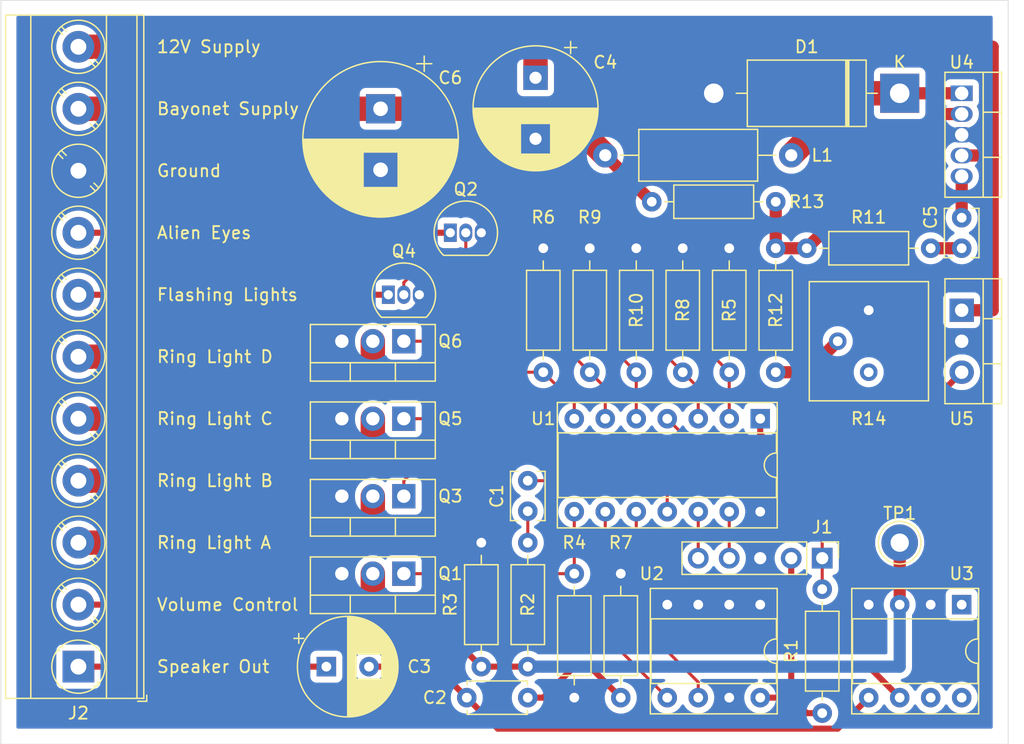
<source format=kicad_pcb>
(kicad_pcb (version 20171130) (host pcbnew "(5.1.10)-1")
  (layers (0 F.Cu signal) (31 B.Cu signal) (34 B.Paste user) (35 F.Paste user) (36 B.SilkS user hide) (37 F.SilkS user) (38 B.Mask user hide) (39 F.Mask user hide) (44 Edge.Cuts user))
  (net 0 "")
  (net 1 /GND)
  (net 2 "Net-(D1-Pad1)")
  (net 3 /PGC)
  (net 4 /PGD)
  (net 5 /5V)
  (net 6 /MCLR)
  (net 7 /Flashers)
  (net 8 /Eyes)
  (net 9 /A)
  (net 10 /B)
  (net 11 /C)
  (net 12 /D)
  (net 13 /Volume)
  (net 14 /Vcc)
  (net 15 /A_Signal)
  (net 16 /Eyes_Signal)
  (net 17 /B_Signal)
  (net 18 /Flashers_Signal)
  (net 19 /C_Signal)
  (net 20 /D_Signal)
  (net 21 /Speaker_Signal)
  (net 22 /SCL)
  (net 23 /SDA)
  (net 24 "Net-(U3-Pad8)")
  (net 25 "Net-(U3-Pad7)")
  (net 26 "Net-(C2-Pad2)")
  (net 27 "Net-(U3-Pad1)")
  (net 28 "Net-(C5-Pad2)")
  (net 29 /12V)
  (net 30 "Net-(R11-Pad1)")
  (net 31 "Net-(C1-Pad2)")
  (net 32 "Net-(C2-Pad1)")
  (net 33 "Net-(C5-Pad1)")
  (net 34 "Net-(R12-Pad1)")
  (net 35 /Speaker)
  (module TestPoint:TestPoint_THTPad_D3.0mm_Drill1.5mm (layer F.Cu) (at 133.35 76.2)
    (fp_text reference TP1 (at 0 -2.398) (layer F.SilkS))
    (fp_text value Jumper)
    (pad 1 thru_hole circle (at 0 0) (size 3 3) (drill 1.5) (layers *.Cu *.Mask) (net 13 /Volume))
  )
  (module Package_DIP:DIP-8_W7.62mm_Socket (layer F.Cu) (at 138.43 81.28 270)
    (fp_text reference U3 (at -2.54 0 180) (layer F.SilkS))
    (fp_text value LM386)
    (pad 8 thru_hole oval (at 7.62 0 270) (size 1.6 1.6) (drill 0.8) (layers *.Cu *.Mask) (net 24 "Net-(U3-Pad8)"))
    (pad 4 thru_hole oval (at 0 7.62 270) (size 1.6 1.6) (drill 0.8) (layers *.Cu *.Mask) (net 1 /GND))
    (pad 7 thru_hole oval (at 7.62 2.54 270) (size 1.6 1.6) (drill 0.8) (layers *.Cu *.Mask) (net 25 "Net-(U3-Pad7)"))
    (pad 3 thru_hole oval (at 0 5.08 270) (size 1.6 1.6) (drill 0.8) (layers *.Cu *.Mask) (net 13 /Volume))
    (pad 6 thru_hole oval (at 7.62 5.08 270) (size 1.6 1.6) (drill 0.8) (layers *.Cu *.Mask) (net 5 /5V))
    (pad 2 thru_hole oval (at 0 2.54 270) (size 1.6 1.6) (drill 0.8) (layers *.Cu *.Mask) (net 1 /GND))
    (pad 5 thru_hole oval (at 7.62 7.62 270) (size 1.6 1.6) (drill 0.8) (layers *.Cu *.Mask) (net 26 "Net-(C2-Pad2)"))
    (pad 1 thru_hole rect (at 0 0 270) (size 1.6 1.6) (drill 0.8) (layers *.Cu *.Mask) (net 27 "Net-(U3-Pad1)"))
  )
  (module Package_DIP:DIP-8_W7.62mm_Socket (layer F.Cu) (at 121.92 81.28 270)
    (fp_text reference U2 (at -2.54 8.89 180) (layer F.SilkS))
    (fp_text value 24LC512-I/P)
    (pad 8 thru_hole oval (at 7.62 0 270) (size 1.6 1.6) (drill 0.8) (layers *.Cu *.Mask) (net 5 /5V))
    (pad 4 thru_hole oval (at 0 7.62 270) (size 1.6 1.6) (drill 0.8) (layers *.Cu *.Mask) (net 1 /GND))
    (pad 7 thru_hole oval (at 7.62 2.54 270) (size 1.6 1.6) (drill 0.8) (layers *.Cu *.Mask) (net 1 /GND))
    (pad 3 thru_hole oval (at 0 5.08 270) (size 1.6 1.6) (drill 0.8) (layers *.Cu *.Mask) (net 1 /GND))
    (pad 6 thru_hole oval (at 7.62 5.08 270) (size 1.6 1.6) (drill 0.8) (layers *.Cu *.Mask) (net 22 /SCL))
    (pad 2 thru_hole oval (at 0 2.54 270) (size 1.6 1.6) (drill 0.8) (layers *.Cu *.Mask) (net 1 /GND))
    (pad 5 thru_hole oval (at 7.62 7.62 270) (size 1.6 1.6) (drill 0.8) (layers *.Cu *.Mask) (net 23 /SDA))
    (pad 1 thru_hole rect (at 0 0 270) (size 1.6 1.6) (drill 0.8) (layers *.Cu *.Mask) (net 1 /GND))
  )
  (module Package_DIP:DIP-14_W7.62mm_Socket (layer F.Cu) (at 121.92 66.04 270)
    (fp_text reference U1 (at 0 17.78 180) (layer F.SilkS))
    (fp_text value PIC16F1705)
    (pad 14 thru_hole oval (at 7.62 0 270) (size 1.6 1.6) (drill 0.8) (layers *.Cu *.Mask) (net 1 /GND))
    (pad 7 thru_hole oval (at 0 15.24 270) (size 1.6 1.6) (drill 0.8) (layers *.Cu *.Mask) (net 17 /B_Signal))
    (pad 13 thru_hole oval (at 7.62 2.54 270) (size 1.6 1.6) (drill 0.8) (layers *.Cu *.Mask) (net 4 /PGD))
    (pad 6 thru_hole oval (at 0 12.7 270) (size 1.6 1.6) (drill 0.8) (layers *.Cu *.Mask) (net 19 /C_Signal))
    (pad 12 thru_hole oval (at 7.62 5.08 270) (size 1.6 1.6) (drill 0.8) (layers *.Cu *.Mask) (net 3 /PGC))
    (pad 5 thru_hole oval (at 0 10.16 270) (size 1.6 1.6) (drill 0.8) (layers *.Cu *.Mask) (net 20 /D_Signal))
    (pad 11 thru_hole oval (at 7.62 7.62 270) (size 1.6 1.6) (drill 0.8) (layers *.Cu *.Mask) (net 21 /Speaker_Signal))
    (pad 4 thru_hole oval (at 0 7.62 270) (size 1.6 1.6) (drill 0.8) (layers *.Cu *.Mask) (net 6 /MCLR))
    (pad 10 thru_hole oval (at 7.62 10.16 270) (size 1.6 1.6) (drill 0.8) (layers *.Cu *.Mask) (net 22 /SCL))
    (pad 3 thru_hole oval (at 0 5.08 270) (size 1.6 1.6) (drill 0.8) (layers *.Cu *.Mask) (net 18 /Flashers_Signal))
    (pad 9 thru_hole oval (at 7.62 12.7 270) (size 1.6 1.6) (drill 0.8) (layers *.Cu *.Mask) (net 23 /SDA))
    (pad 2 thru_hole oval (at 0 2.54 270) (size 1.6 1.6) (drill 0.8) (layers *.Cu *.Mask) (net 16 /Eyes_Signal))
    (pad 8 thru_hole oval (at 7.62 15.24 270) (size 1.6 1.6) (drill 0.8) (layers *.Cu *.Mask) (net 15 /A_Signal))
    (pad 1 thru_hole rect (at 0 0 270) (size 1.6 1.6) (drill 0.8) (layers *.Cu *.Mask) (net 5 /5V))
  )
  (module TerminalBlock_Phoenix:TerminalBlock_Phoenix_MKDS-3-11-5.08_1x11_P5.08mm_Horizontal (layer F.Cu) (at 66.04 86.36 90)
    (fp_text reference J2 (at -3.81 0 180) (layer F.SilkS))
    (fp_text value "Main Connector")
    (pad 11 thru_hole circle (at 50.8 0 90) (size 2.6 2.6) (drill 1.3) (layers *.Cu *.Mask) (net 29 /12V))
    (pad 10 thru_hole circle (at 45.72 0 90) (size 2.6 2.6) (drill 1.3) (layers *.Cu *.Mask) (net 14 /Vcc))
    (pad 9 thru_hole circle (at 40.64 0 90) (size 2.6 2.6) (drill 1.3) (layers *.Cu *.Mask) (net 1 /GND))
    (pad 8 thru_hole circle (at 35.56 0 90) (size 2.6 2.6) (drill 1.3) (layers *.Cu *.Mask) (net 8 /Eyes))
    (pad 7 thru_hole circle (at 30.48 0 90) (size 2.6 2.6) (drill 1.3) (layers *.Cu *.Mask) (net 7 /Flashers))
    (pad 6 thru_hole circle (at 25.4 0 90) (size 2.6 2.6) (drill 1.3) (layers *.Cu *.Mask) (net 12 /D))
    (pad 5 thru_hole circle (at 20.32 0 90) (size 2.6 2.6) (drill 1.3) (layers *.Cu *.Mask) (net 11 /C))
    (pad 4 thru_hole circle (at 15.24 0 90) (size 2.6 2.6) (drill 1.3) (layers *.Cu *.Mask) (net 10 /B))
    (pad 3 thru_hole circle (at 10.16 0 90) (size 2.6 2.6) (drill 1.3) (layers *.Cu *.Mask) (net 9 /A))
    (pad 2 thru_hole circle (at 5.08 0 90) (size 2.6 2.6) (drill 1.3) (layers *.Cu *.Mask) (net 13 /Volume))
    (pad 1 thru_hole rect (at 0 0 90) (size 2.6 2.6) (drill 1.3) (layers *.Cu *.Mask) (net 35 /Speaker))
  )
  (module Potentiometer_THT:Potentiometer_Bourns_3386P_Vertical (layer F.Cu) (at 130.81 57.15 180)
    (fp_text reference R14 (at 0 -8.89) (layer F.SilkS))
    (fp_text value 10k)
    (pad 1 thru_hole circle (at 0 0 180) (size 1.44 1.44) (drill 0.8) (layers *.Cu *.Mask) (net 1 /GND))
    (pad 2 thru_hole circle (at 2.54 -2.54 180) (size 1.44 1.44) (drill 0.8) (layers *.Cu *.Mask) (net 34 "Net-(R12-Pad1)"))
    (pad 3 thru_hole circle (at 0 -5.08 180) (size 1.44 1.44) (drill 0.8) (layers *.Cu *.Mask))
  )
  (module Package_TO_SOT_THT:TO-220-3_Vertical (layer F.Cu) (at 138.43 57.15 270)
    (fp_text reference U5 (at 8.89 0 180) (layer F.SilkS))
    (fp_text value MC78M05CTG)
    (pad 3 thru_hole oval (at 5.08 0 270) (size 1.905 2) (drill 1.1) (layers *.Cu *.Mask) (net 5 /5V))
    (pad 2 thru_hole oval (at 2.54 0 270) (size 1.905 2) (drill 1.1) (layers *.Cu *.Mask) (net 1 /GND))
    (pad 1 thru_hole rect (at 0 0 270) (size 1.905 2) (drill 1.1) (layers *.Cu *.Mask) (net 29 /12V))
  )
  (module Package_TO_SOT_THT:TO-220-5_Vertical (layer F.Cu) (at 138.43 39.37 270)
    (fp_text reference U4 (at -2.54 0 180) (layer F.SilkS))
    (fp_text value MC33167TVG)
    (pad 5 thru_hole oval (at 6.8 0 270) (size 1.275 1.8) (drill 1.1) (layers *.Cu *.Mask) (net 28 "Net-(C5-Pad2)"))
    (pad 4 thru_hole oval (at 5.1 0 270) (size 1.275 1.8) (drill 1.1) (layers *.Cu *.Mask) (net 29 /12V))
    (pad 3 thru_hole oval (at 3.4 0 270) (size 1.275 1.8) (drill 1.1) (layers *.Cu *.Mask) (net 1 /GND))
    (pad 2 thru_hole oval (at 1.7 0 270) (size 1.275 1.8) (drill 1.1) (layers *.Cu *.Mask) (net 30 "Net-(R11-Pad1)"))
    (pad 1 thru_hole rect (at 0 0 270) (size 1.275 1.8) (drill 1.1) (layers *.Cu *.Mask) (net 2 "Net-(D1-Pad1)"))
  )
  (module Resistor_THT:R_Axial_DIN0207_L6.3mm_D2.5mm_P10.16mm_Horizontal (layer F.Cu) (at 113.03 48.26)
    (fp_text reference R13 (at 12.7 0) (layer F.SilkS))
    (fp_text value 6.8k)
    (pad 2 thru_hole oval (at 10.16 0) (size 1.6 1.6) (drill 0.8) (layers *.Cu *.Mask) (net 30 "Net-(R11-Pad1)"))
    (pad 1 thru_hole circle (at 0 0) (size 1.6 1.6) (drill 0.8) (layers *.Cu *.Mask) (net 14 /Vcc))
  )
  (module Resistor_THT:R_Axial_DIN0207_L6.3mm_D2.5mm_P10.16mm_Horizontal (layer F.Cu) (at 123.19 62.23 90)
    (fp_text reference R12 (at 5.08 0 90) (layer F.SilkS))
    (fp_text value 10k)
    (pad 2 thru_hole oval (at 10.16 0 90) (size 1.6 1.6) (drill 0.8) (layers *.Cu *.Mask) (net 30 "Net-(R11-Pad1)"))
    (pad 1 thru_hole circle (at 0 0 90) (size 1.6 1.6) (drill 0.8) (layers *.Cu *.Mask) (net 34 "Net-(R12-Pad1)"))
  )
  (module Resistor_THT:R_Axial_DIN0207_L6.3mm_D2.5mm_P10.16mm_Horizontal (layer F.Cu) (at 125.73 52.07)
    (fp_text reference R11 (at 5.08 -2.54) (layer F.SilkS))
    (fp_text value 68k)
    (pad 2 thru_hole oval (at 10.16 0) (size 1.6 1.6) (drill 0.8) (layers *.Cu *.Mask) (net 33 "Net-(C5-Pad1)"))
    (pad 1 thru_hole circle (at 0 0) (size 1.6 1.6) (drill 0.8) (layers *.Cu *.Mask) (net 30 "Net-(R11-Pad1)"))
  )
  (module Resistor_THT:R_Axial_DIN0207_L6.3mm_D2.5mm_P10.16mm_Horizontal (layer F.Cu) (at 111.76 52.07 270)
    (fp_text reference R10 (at 5.08 0 90) (layer F.SilkS))
    (fp_text value 10k)
    (pad 2 thru_hole oval (at 10.16 0 270) (size 1.6 1.6) (drill 0.8) (layers *.Cu *.Mask) (net 20 /D_Signal))
    (pad 1 thru_hole circle (at 0 0 270) (size 1.6 1.6) (drill 0.8) (layers *.Cu *.Mask) (net 1 /GND))
  )
  (module Resistor_THT:R_Axial_DIN0207_L6.3mm_D2.5mm_P10.16mm_Horizontal (layer F.Cu) (at 107.95 52.07 270)
    (fp_text reference R9 (at -2.54 0 180) (layer F.SilkS))
    (fp_text value 10k)
    (pad 2 thru_hole oval (at 10.16 0 270) (size 1.6 1.6) (drill 0.8) (layers *.Cu *.Mask) (net 19 /C_Signal))
    (pad 1 thru_hole circle (at 0 0 270) (size 1.6 1.6) (drill 0.8) (layers *.Cu *.Mask) (net 1 /GND))
  )
  (module Resistor_THT:R_Axial_DIN0207_L6.3mm_D2.5mm_P10.16mm_Horizontal (layer F.Cu) (at 115.57 52.07 270)
    (fp_text reference R8 (at 5.08 0 90) (layer F.SilkS))
    (fp_text value 10k)
    (pad 2 thru_hole oval (at 10.16 0 270) (size 1.6 1.6) (drill 0.8) (layers *.Cu *.Mask) (net 18 /Flashers_Signal))
    (pad 1 thru_hole circle (at 0 0 270) (size 1.6 1.6) (drill 0.8) (layers *.Cu *.Mask) (net 1 /GND))
  )
  (module Resistor_THT:R_Axial_DIN0207_L6.3mm_D2.5mm_P10.16mm_Horizontal (layer F.Cu) (at 110.49 88.9 90)
    (fp_text reference R7 (at 12.7 0 180) (layer F.SilkS))
    (fp_text value 10k)
    (pad 2 thru_hole oval (at 10.16 0 90) (size 1.6 1.6) (drill 0.8) (layers *.Cu *.Mask) (net 1 /GND))
    (pad 1 thru_hole circle (at 0 0 90) (size 1.6 1.6) (drill 0.8) (layers *.Cu *.Mask) (net 32 "Net-(C2-Pad1)"))
  )
  (module Resistor_THT:R_Axial_DIN0207_L6.3mm_D2.5mm_P10.16mm_Horizontal (layer F.Cu) (at 104.14 52.07 270)
    (fp_text reference R6 (at -2.54 0) (layer F.SilkS))
    (fp_text value 10k)
    (pad 2 thru_hole oval (at 10.16 0 270) (size 1.6 1.6) (drill 0.8) (layers *.Cu *.Mask) (net 17 /B_Signal))
    (pad 1 thru_hole circle (at 0 0 270) (size 1.6 1.6) (drill 0.8) (layers *.Cu *.Mask) (net 1 /GND))
  )
  (module Resistor_THT:R_Axial_DIN0207_L6.3mm_D2.5mm_P10.16mm_Horizontal (layer F.Cu) (at 119.38 52.07 270)
    (fp_text reference R5 (at 5.08 0 90) (layer F.SilkS))
    (fp_text value 10k)
    (pad 2 thru_hole oval (at 10.16 0 270) (size 1.6 1.6) (drill 0.8) (layers *.Cu *.Mask) (net 16 /Eyes_Signal))
    (pad 1 thru_hole circle (at 0 0 270) (size 1.6 1.6) (drill 0.8) (layers *.Cu *.Mask) (net 1 /GND))
  )
  (module Resistor_THT:R_Axial_DIN0207_L6.3mm_D2.5mm_P10.16mm_Horizontal (layer F.Cu) (at 106.68 88.9 90)
    (fp_text reference R4 (at 12.7 0 180) (layer F.SilkS))
    (fp_text value 10k)
    (pad 2 thru_hole oval (at 10.16 0 90) (size 1.6 1.6) (drill 0.8) (layers *.Cu *.Mask) (net 15 /A_Signal))
    (pad 1 thru_hole circle (at 0 0 90) (size 1.6 1.6) (drill 0.8) (layers *.Cu *.Mask) (net 1 /GND))
  )
  (module Resistor_THT:R_Axial_DIN0207_L6.3mm_D2.5mm_P10.16mm_Horizontal (layer F.Cu) (at 99.06 86.36 90)
    (fp_text reference R3 (at 5.08 -2.54 90) (layer F.SilkS))
    (fp_text value 3.6k)
    (pad 2 thru_hole oval (at 10.16 0 90) (size 1.6 1.6) (drill 0.8) (layers *.Cu *.Mask) (net 1 /GND))
    (pad 1 thru_hole circle (at 0 0 90) (size 1.6 1.6) (drill 0.8) (layers *.Cu *.Mask) (net 13 /Volume))
  )
  (module Resistor_THT:R_Axial_DIN0207_L6.3mm_D2.5mm_P10.16mm_Horizontal (layer F.Cu) (at 102.87 76.2 270)
    (fp_text reference R2 (at 5.08 0 270) (layer F.SilkS))
    (fp_text value 30k)
    (pad 2 thru_hole oval (at 10.16 0 270) (size 1.6 1.6) (drill 0.8) (layers *.Cu *.Mask) (net 13 /Volume))
    (pad 1 thru_hole circle (at 0 0 270) (size 1.6 1.6) (drill 0.8) (layers *.Cu *.Mask) (net 31 "Net-(C1-Pad2)"))
  )
  (module Resistor_THT:R_Axial_DIN0207_L6.3mm_D2.5mm_P10.16mm_Horizontal (layer F.Cu) (at 127 90.17 90)
    (fp_text reference R1 (at 5.08 -2.54 90) (layer F.SilkS))
    (fp_text value 10k)
    (pad 2 thru_hole oval (at 10.16 0 90) (size 1.6 1.6) (drill 0.8) (layers *.Cu *.Mask) (net 6 /MCLR))
    (pad 1 thru_hole circle (at 0 0 90) (size 1.6 1.6) (drill 0.8) (layers *.Cu *.Mask) (net 5 /5V))
  )
  (module Package_TO_SOT_THT:TO-220-3_Vertical (layer F.Cu) (at 92.71 59.69 180)
    (fp_text reference Q6 (at -3.81 0) (layer F.SilkS))
    (fp_text value FQP30N06L)
    (pad 3 thru_hole oval (at 5.08 0 180) (size 1.905 2) (drill 1.1) (layers *.Cu *.Mask) (net 1 /GND))
    (pad 2 thru_hole oval (at 2.54 0 180) (size 1.905 2) (drill 1.1) (layers *.Cu *.Mask) (net 12 /D))
    (pad 1 thru_hole rect (at 0 0 180) (size 1.905 2) (drill 1.1) (layers *.Cu *.Mask) (net 20 /D_Signal))
  )
  (module Package_TO_SOT_THT:TO-220-3_Vertical (layer F.Cu) (at 92.71 66.04 180)
    (fp_text reference Q5 (at -3.81 0) (layer F.SilkS))
    (fp_text value FQP30N06L)
    (pad 3 thru_hole oval (at 5.08 0 180) (size 1.905 2) (drill 1.1) (layers *.Cu *.Mask) (net 1 /GND))
    (pad 2 thru_hole oval (at 2.54 0 180) (size 1.905 2) (drill 1.1) (layers *.Cu *.Mask) (net 11 /C))
    (pad 1 thru_hole rect (at 0 0 180) (size 1.905 2) (drill 1.1) (layers *.Cu *.Mask) (net 19 /C_Signal))
  )
  (module Package_TO_SOT_THT:TO-92_Inline (layer F.Cu) (at 91.44 55.88)
    (fp_text reference Q4 (at 1.27 -3.56) (layer F.SilkS))
    (fp_text value ZVN3306A)
    (pad 1 thru_hole rect (at 0 0) (size 1.05 1.5) (drill 0.75) (layers *.Cu *.Mask) (net 7 /Flashers))
    (pad 3 thru_hole oval (at 2.54 0) (size 1.05 1.5) (drill 0.75) (layers *.Cu *.Mask) (net 1 /GND))
    (pad 2 thru_hole oval (at 1.27 0) (size 1.05 1.5) (drill 0.75) (layers *.Cu *.Mask) (net 18 /Flashers_Signal))
  )
  (module Package_TO_SOT_THT:TO-220-3_Vertical (layer F.Cu) (at 92.71 72.39 180)
    (fp_text reference Q3 (at -3.81 0) (layer F.SilkS))
    (fp_text value FQP30N06L)
    (pad 3 thru_hole oval (at 5.08 0 180) (size 1.905 2) (drill 1.1) (layers *.Cu *.Mask) (net 1 /GND))
    (pad 2 thru_hole oval (at 2.54 0 180) (size 1.905 2) (drill 1.1) (layers *.Cu *.Mask) (net 10 /B))
    (pad 1 thru_hole rect (at 0 0 180) (size 1.905 2) (drill 1.1) (layers *.Cu *.Mask) (net 17 /B_Signal))
  )
  (module Package_TO_SOT_THT:TO-92_Inline (layer F.Cu) (at 96.52 50.8)
    (fp_text reference Q2 (at 1.27 -3.56) (layer F.SilkS))
    (fp_text value ZVN3306A)
    (pad 1 thru_hole rect (at 0 0) (size 1.05 1.5) (drill 0.75) (layers *.Cu *.Mask) (net 8 /Eyes))
    (pad 3 thru_hole oval (at 2.54 0) (size 1.05 1.5) (drill 0.75) (layers *.Cu *.Mask) (net 1 /GND))
    (pad 2 thru_hole oval (at 1.27 0) (size 1.05 1.5) (drill 0.75) (layers *.Cu *.Mask) (net 16 /Eyes_Signal))
  )
  (module Package_TO_SOT_THT:TO-220-3_Vertical (layer F.Cu) (at 92.71 78.74 180)
    (fp_text reference Q1 (at -3.81 0) (layer F.SilkS))
    (fp_text value FQP30N06L)
    (pad 3 thru_hole oval (at 5.08 0 180) (size 1.905 2) (drill 1.1) (layers *.Cu *.Mask) (net 1 /GND))
    (pad 2 thru_hole oval (at 2.54 0 180) (size 1.905 2) (drill 1.1) (layers *.Cu *.Mask) (net 9 /A))
    (pad 1 thru_hole rect (at 0 0 180) (size 1.905 2) (drill 1.1) (layers *.Cu *.Mask) (net 15 /A_Signal))
  )
  (module Inductor_THT:L_Axial_L9.5mm_D4.0mm_P15.24mm_Horizontal_Fastron_SMCC (layer F.Cu) (at 124.46 44.45 180)
    (fp_text reference L1 (at -2.54 0) (layer F.SilkS))
    (fp_text value 190u)
    (pad 2 thru_hole oval (at 15.24 0 180) (size 2 2) (drill 1) (layers *.Cu *.Mask) (net 14 /Vcc))
    (pad 1 thru_hole circle (at 0 0 180) (size 2 2) (drill 1) (layers *.Cu *.Mask) (net 2 "Net-(D1-Pad1)"))
  )
  (module Diode_THT:D_DO-201AD_P15.24mm_Horizontal (layer F.Cu) (at 133.35 39.37 180)
    (fp_text reference D1 (at 7.62 3.81) (layer F.SilkS))
    (fp_text value 1N5820)
    (fp_text user K (at 0 2.54) (layer F.SilkS))
    (pad 2 thru_hole oval (at 15.24 0 180) (size 3.2 3.2) (drill 1.6) (layers *.Cu *.Mask) (net 1 /GND))
    (pad 1 thru_hole rect (at 0 0 180) (size 3.2 3.2) (drill 1.6) (layers *.Cu *.Mask) (net 2 "Net-(D1-Pad1)"))
  )
  (module Capacitor_THT:CP_Radial_D12.5mm_P5.00mm (layer F.Cu) (at 90.805 40.64 270)
    (fp_text reference C6 (at -2.54 -5.715 180) (layer F.SilkS))
    (fp_text value 4700u)
    (pad 2 thru_hole circle (at 5 0 270) (size 2.4 2.4) (drill 1.2) (layers *.Cu *.Mask) (net 1 /GND))
    (pad 1 thru_hole rect (at 0 0 270) (size 2.4 2.4) (drill 1.2) (layers *.Cu *.Mask) (net 14 /Vcc))
  )
  (module Capacitor_THT:C_Disc_D3.8mm_W2.6mm_P2.50mm (layer F.Cu) (at 138.43 52.07 90)
    (fp_text reference C5 (at 2.54 -2.55 90) (layer F.SilkS))
    (fp_text value 0.1u)
    (pad 2 thru_hole circle (at 2.5 0 90) (size 1.6 1.6) (drill 0.8) (layers *.Cu *.Mask) (net 28 "Net-(C5-Pad2)"))
    (pad 1 thru_hole circle (at 0 0 90) (size 1.6 1.6) (drill 0.8) (layers *.Cu *.Mask) (net 33 "Net-(C5-Pad1)"))
  )
  (module Capacitor_THT:CP_Radial_D10.0mm_P5.00mm (layer F.Cu) (at 103.505 38.1 270)
    (fp_text reference C4 (at -1.27 -5.715 180) (layer F.SilkS))
    (fp_text value 330u)
    (pad 2 thru_hole circle (at 5 0 270) (size 2 2) (drill 1) (layers *.Cu *.Mask) (net 1 /GND))
    (pad 1 thru_hole rect (at 0 0 270) (size 2 2) (drill 1) (layers *.Cu *.Mask) (net 29 /12V))
  )
  (module Capacitor_THT:CP_Radial_D8.0mm_P3.50mm (layer F.Cu) (at 86.36 86.36)
    (fp_text reference C3 (at 7.62 0) (layer F.SilkS))
    (fp_text value 270u)
    (pad 2 thru_hole circle (at 3.5 0) (size 1.6 1.6) (drill 0.8) (layers *.Cu *.Mask) (net 26 "Net-(C2-Pad2)"))
    (pad 1 thru_hole rect (at 0 0) (size 1.6 1.6) (drill 0.8) (layers *.Cu *.Mask) (net 35 /Speaker))
  )
  (module Capacitor_THT:C_Disc_D4.7mm_W2.5mm_P5.00mm (layer F.Cu) (at 102.87 88.9 180)
    (fp_text reference C2 (at 7.62 0) (layer F.SilkS))
    (fp_text value 47n)
    (pad 2 thru_hole circle (at 5 0 180) (size 1.6 1.6) (drill 0.8) (layers *.Cu *.Mask) (net 26 "Net-(C2-Pad2)"))
    (pad 1 thru_hole circle (at 0 0 180) (size 1.6 1.6) (drill 0.8) (layers *.Cu *.Mask) (net 32 "Net-(C2-Pad1)"))
  )
  (module Capacitor_THT:C_Disc_D3.8mm_W2.6mm_P2.50mm (layer F.Cu) (at 102.87 71.12 270)
    (fp_text reference C1 (at 1.27 2.54 90) (layer F.SilkS))
    (fp_text value 0.1u)
    (pad 2 thru_hole circle (at 2.5 0 270) (size 1.6 1.6) (drill 0.8) (layers *.Cu *.Mask) (net 31 "Net-(C1-Pad2)"))
    (pad 1 thru_hole circle (at 0 0 270) (size 1.6 1.6) (drill 0.8) (layers *.Cu *.Mask) (net 21 /Speaker_Signal))
  )
  (module Connector_PinHeader_2.54mm:PinHeader_1x05_P2.54mm_Vertical (layer F.Cu) (at 127 77.47 270)
    (fp_text reference J1 (at -2.54 0 180) (layer F.SilkS))
    (fp_text value "ICSP Programing")
    (pad 5 thru_hole oval (at 0 10.16 270) (size 1.7 1.7) (drill 1) (layers *.Cu *.Mask) (net 3 /PGC))
    (pad 4 thru_hole oval (at 0 7.62 270) (size 1.7 1.7) (drill 1) (layers *.Cu *.Mask) (net 4 /PGD))
    (pad 3 thru_hole oval (at 0 5.08 270) (size 1.7 1.7) (drill 1) (layers *.Cu *.Mask) (net 1 /GND))
    (pad 2 thru_hole oval (at 0 2.54 270) (size 1.7 1.7) (drill 1) (layers *.Cu *.Mask) (net 5 /5V))
    (pad 1 thru_hole rect (at 0 0 270) (size 1.7 1.7) (drill 1) (layers *.Cu *.Mask) (net 6 /MCLR))
  )
  (gr_text "Ring Light D" (at 72.39 60.96) (layer F.SilkS) (effects (font (size 1 1)) (justify left)))
  (gr_text "Ring Light C" (at 72.39 66.04) (layer F.SilkS) (effects (font (size 1 1)) (justify left)))
  (gr_text "Ring Light B" (at 72.39 71.12) (layer F.SilkS) (effects (font (size 1 1)) (justify left)))
  (gr_text "Ring Light A" (at 72.39 76.2) (layer F.SilkS) (effects (font (size 1 1)) (justify left)))
  (gr_text "Volume Control" (at 72.39 81.28) (layer F.SilkS) (effects (font (size 1 1)) (justify left)))
  (gr_text "Speaker Out" (at 72.39 86.36) (layer F.SilkS) (effects (font (size 1 1)) (justify left)))
  (gr_text "Flashing Lights" (at 72.39 55.88) (layer F.SilkS) (effects (font (size 1 1)) (justify left)))
  (gr_text "Alien Eyes" (at 72.39 50.8) (layer F.SilkS) (effects (font (size 1 1)) (justify left)))
  (gr_text Ground (at 72.39 45.72) (layer F.SilkS) (effects (font (size 1 1)) (justify left)))
  (gr_text "Bayonet Supply" (at 72.39 40.64) (layer F.SilkS) (effects (font (size 1 1)) (justify left)))
  (gr_text "12V Supply" (at 72.39 35.56) (layer F.SilkS) (effects (font (size 1 1)) (justify left)))
  (gr_line (start 59.69 92.71) (end 59.69 31.75) (layer Edge.Cuts) (width 0.05))
  (gr_line (start 142.24 92.71) (end 59.69 92.71) (layer Edge.Cuts) (width 0.05))
  (gr_line (start 142.24 31.75) (end 142.24 92.71) (layer Edge.Cuts) (width 0.05))
  (gr_line (start 59.69 31.75) (end 142.24 31.75) (layer Edge.Cuts) (width 0.05))
  (segment (start 124.46 44.45) (end 129.54 39.37) (width 2) (layer F.Cu) (net 2))
  (segment (start 129.54 39.37) (end 133.35 39.37) (width 2) (layer F.Cu) (net 2))
  (segment (start 133.35 39.37) (end 138.43 39.37) (width 1) (layer F.Cu) (net 2))
  (segment (start 116.84 77.47) (end 116.84 73.66) (width 0.25) (layer F.Cu) (net 3))
  (segment (start 119.38 77.47) (end 119.38 73.66) (width 0.25) (layer F.Cu) (net 4))
  (segment (start 134.62 66.04) (end 138.43 62.23) (width 0.5) (layer F.Cu) (net 5))
  (segment (start 121.92 88.9) (end 124.46 88.9) (width 0.5) (layer F.Cu) (net 5))
  (segment (start 133.35 88.9) (end 130.81 86.36) (width 0.5) (layer F.Cu) (net 5))
  (segment (start 130.81 86.36) (end 124.46 86.36) (width 0.5) (layer F.Cu) (net 5))
  (segment (start 124.46 88.9) (end 124.46 86.36) (width 0.5) (layer F.Cu) (net 5))
  (segment (start 125.73 90.17) (end 124.46 88.9) (width 0.5) (layer F.Cu) (net 5))
  (segment (start 127 90.17) (end 125.73 90.17) (width 0.5) (layer F.Cu) (net 5))
  (segment (start 129.54 80.01) (end 124.46 85.09) (width 0.5) (layer F.Cu) (net 5))
  (segment (start 124.46 85.09) (end 124.46 77.47) (width 0.5) (layer F.Cu) (net 5))
  (segment (start 124.46 86.36) (end 124.46 85.09) (width 0.5) (layer F.Cu) (net 5))
  (segment (start 121.92 66.04) (end 121.92 67.31) (width 0.5) (layer F.Cu) (net 5))
  (segment (start 129.54 74.93) (end 129.54 80.01) (width 0.5) (layer F.Cu) (net 5))
  (segment (start 134.62 66.04) (end 127.635 73.025) (width 0.5) (layer F.Cu) (net 5))
  (segment (start 127.635 73.025) (end 129.54 74.93) (width 0.5) (layer F.Cu) (net 5))
  (segment (start 121.92 67.31) (end 127.635 73.025) (width 0.5) (layer F.Cu) (net 5))
  (segment (start 114.3 66.04) (end 118.11 69.85) (width 0.25) (layer F.Cu) (net 6))
  (segment (start 118.11 69.85) (end 123.19 69.85) (width 0.25) (layer F.Cu) (net 6))
  (segment (start 123.19 69.85) (end 127 73.66) (width 0.25) (layer F.Cu) (net 6))
  (segment (start 127 73.66) (end 127 77.47) (width 0.25) (layer F.Cu) (net 6))
  (segment (start 127 77.47) (end 127 80.01) (width 0.25) (layer F.Cu) (net 6))
  (segment (start 91.44 55.88) (end 66.04 55.88) (width 0.5) (layer F.Cu) (net 7))
  (segment (start 96.52 50.8) (end 66.04 50.8) (width 0.5) (layer F.Cu) (net 8))
  (segment (start 90.17 78.74) (end 90.17 81.28) (width 2) (layer F.Cu) (net 9))
  (segment (start 90.17 81.28) (end 83.82 81.28) (width 2) (layer F.Cu) (net 9))
  (segment (start 78.74 76.2) (end 66.04 76.2) (width 2) (layer F.Cu) (net 9))
  (segment (start 83.82 81.28) (end 78.74 76.2) (width 2) (layer F.Cu) (net 9))
  (segment (start 90.17 72.39) (end 90.17 74.93) (width 2) (layer F.Cu) (net 10))
  (segment (start 90.17 74.93) (end 83.82 74.93) (width 2) (layer F.Cu) (net 10))
  (segment (start 80.01 71.12) (end 66.04 71.12) (width 2) (layer F.Cu) (net 10))
  (segment (start 83.82 74.93) (end 80.01 71.12) (width 2) (layer F.Cu) (net 10))
  (segment (start 90.17 66.04) (end 90.17 68.58) (width 2) (layer F.Cu) (net 11))
  (segment (start 90.17 68.58) (end 83.82 68.58) (width 2) (layer F.Cu) (net 11))
  (segment (start 81.28 66.04) (end 66.04 66.04) (width 2) (layer F.Cu) (net 11))
  (segment (start 83.82 68.58) (end 81.28 66.04) (width 2) (layer F.Cu) (net 11))
  (segment (start 90.17 59.69) (end 90.17 62.23) (width 2) (layer F.Cu) (net 12))
  (segment (start 90.17 62.23) (end 83.82 62.23) (width 2) (layer F.Cu) (net 12))
  (segment (start 82.55 60.96) (end 66.04 60.96) (width 2) (layer F.Cu) (net 12))
  (segment (start 83.82 62.23) (end 82.55 60.96) (width 2) (layer F.Cu) (net 12))
  (segment (start 66.04 81.28) (end 80.01 81.28) (width 0.5) (layer F.Cu) (net 13))
  (segment (start 80.01 81.28) (end 82.55 83.82) (width 0.5) (layer F.Cu) (net 13))
  (segment (start 96.52 83.82) (end 99.06 86.36) (width 0.5) (layer F.Cu) (net 13))
  (segment (start 82.55 83.82) (end 96.52 83.82) (width 0.5) (layer F.Cu) (net 13))
  (segment (start 99.06 86.36) (end 102.87 86.36) (width 0.5) (layer F.Cu) (net 13))
  (segment (start 133.35 81.28) (end 133.35 76.2) (width 1) (layer F.Cu) (net 13))
  (segment (start 133.35 81.28) (end 133.35 86.36) (width 1) (layer B.Cu) (net 13))
  (segment (start 133.35 86.36) (end 102.87 86.36) (width 1) (layer B.Cu) (net 13))
  (segment (start 105.41 40.64) (end 109.22 44.45) (width 2) (layer F.Cu) (net 14))
  (segment (start 66.04 40.64) (end 105.41 40.64) (width 2) (layer F.Cu) (net 14))
  (segment (start 109.22 44.45) (end 113.03 48.26) (width 1) (layer F.Cu) (net 14))
  (segment (start 106.68 78.74) (end 106.68 73.66) (width 0.25) (layer F.Cu) (net 15))
  (segment (start 106.68 78.74) (end 92.71 78.74) (width 0.25) (layer F.Cu) (net 15))
  (segment (start 119.38 66.04) (end 119.38 62.23) (width 0.25) (layer F.Cu) (net 16))
  (segment (start 119.38 62.23) (end 113.03 55.88) (width 0.25) (layer F.Cu) (net 16))
  (segment (start 113.03 55.88) (end 101.6 55.88) (width 0.25) (layer F.Cu) (net 16))
  (segment (start 97.79 52.07) (end 97.79 50.8) (width 0.25) (layer F.Cu) (net 16))
  (segment (start 101.6 55.88) (end 97.79 52.07) (width 0.25) (layer F.Cu) (net 16))
  (segment (start 106.68 64.77) (end 104.14 62.23) (width 0.25) (layer F.Cu) (net 17))
  (segment (start 106.68 66.04) (end 106.68 64.77) (width 0.25) (layer F.Cu) (net 17))
  (segment (start 104.14 62.23) (end 101.6 62.23) (width 0.25) (layer F.Cu) (net 17))
  (segment (start 101.6 62.23) (end 92.71 71.12) (width 0.25) (layer F.Cu) (net 17))
  (segment (start 92.71 71.12) (end 92.71 72.39) (width 0.25) (layer F.Cu) (net 17))
  (segment (start 116.84 63.5) (end 115.57 62.23) (width 0.25) (layer F.Cu) (net 18))
  (segment (start 116.84 66.04) (end 116.84 63.5) (width 0.25) (layer F.Cu) (net 18))
  (segment (start 92.71 54.88) (end 92.71 55.88) (width 0.25) (layer F.Cu) (net 18))
  (segment (start 96.52 53.34) (end 94.25 53.34) (width 0.25) (layer F.Cu) (net 18))
  (segment (start 94.25 53.34) (end 92.71 54.88) (width 0.25) (layer F.Cu) (net 18))
  (segment (start 100.33 57.15) (end 96.52 53.34) (width 0.25) (layer F.Cu) (net 18))
  (segment (start 110.49 57.15) (end 100.33 57.15) (width 0.25) (layer F.Cu) (net 18))
  (segment (start 115.57 62.23) (end 110.49 57.15) (width 0.25) (layer F.Cu) (net 18))
  (segment (start 109.22 63.5) (end 107.95 62.23) (width 0.25) (layer F.Cu) (net 19))
  (segment (start 109.22 66.04) (end 109.22 63.5) (width 0.25) (layer F.Cu) (net 19))
  (segment (start 101.6 59.69) (end 95.25 66.04) (width 0.25) (layer F.Cu) (net 19))
  (segment (start 95.25 66.04) (end 92.71 66.04) (width 0.25) (layer F.Cu) (net 19))
  (segment (start 105.41 59.69) (end 101.6 59.69) (width 0.25) (layer F.Cu) (net 19))
  (segment (start 107.95 62.23) (end 105.41 59.69) (width 0.25) (layer F.Cu) (net 19))
  (segment (start 111.76 66.04) (end 111.76 62.23) (width 0.25) (layer F.Cu) (net 20))
  (segment (start 99.06 59.69) (end 92.71 59.69) (width 0.25) (layer F.Cu) (net 20))
  (segment (start 100.33 58.42) (end 99.06 59.69) (width 0.25) (layer F.Cu) (net 20))
  (segment (start 107.95 58.42) (end 100.33 58.42) (width 0.25) (layer F.Cu) (net 20))
  (segment (start 111.76 62.23) (end 107.95 58.42) (width 0.25) (layer F.Cu) (net 20))
  (segment (start 114.3 73.66) (end 114.3 71.12) (width 0.25) (layer F.Cu) (net 21))
  (segment (start 102.87 71.12) (end 114.3 71.12) (width 0.25) (layer F.Cu) (net 21))
  (segment (start 112.395 76.835) (end 111.76 76.2) (width 0.25) (layer F.Cu) (net 22))
  (segment (start 112.395 83.185) (end 112.395 76.835) (width 0.25) (layer F.Cu) (net 22))
  (segment (start 116.84 87.63) (end 112.395 83.185) (width 0.25) (layer F.Cu) (net 22))
  (segment (start 111.76 76.2) (end 111.76 73.66) (width 0.25) (layer F.Cu) (net 22))
  (segment (start 116.84 88.9) (end 116.84 87.63) (width 0.25) (layer F.Cu) (net 22))
  (segment (start 114.3 88.9) (end 111.76 86.36) (width 0.25) (layer F.Cu) (net 23))
  (segment (start 111.76 86.36) (end 109.22 83.82) (width 0.25) (layer F.Cu) (net 23))
  (segment (start 109.22 83.82) (end 108.585 83.185) (width 0.25) (layer F.Cu) (net 23))
  (segment (start 108.585 76.835) (end 109.22 76.2) (width 0.25) (layer F.Cu) (net 23))
  (segment (start 108.585 83.185) (end 108.585 76.835) (width 0.25) (layer F.Cu) (net 23))
  (segment (start 109.22 76.2) (end 109.22 73.66) (width 0.25) (layer F.Cu) (net 23))
  (segment (start 95.33 86.36) (end 97.87 88.9) (width 0.5) (layer F.Cu) (net 26))
  (segment (start 89.86 86.36) (end 95.33 86.36) (width 0.5) (layer F.Cu) (net 26))
  (segment (start 128.27 91.44) (end 130.81 88.9) (width 0.5) (layer F.Cu) (net 26))
  (segment (start 100.41 91.44) (end 128.27 91.44) (width 0.5) (layer F.Cu) (net 26))
  (segment (start 97.87 88.9) (end 100.41 91.44) (width 0.5) (layer F.Cu) (net 26))
  (segment (start 138.43 49.57) (end 138.43 46.17) (width 1) (layer F.Cu) (net 28))
  (segment (start 103.505 35.56) (end 103.505 38.1) (width 2) (layer F.Cu) (net 29))
  (segment (start 66.04 35.56) (end 103.505 35.56) (width 2) (layer F.Cu) (net 29))
  (segment (start 140.95 44.47) (end 140.97 44.45) (width 1) (layer F.Cu) (net 29))
  (segment (start 138.43 44.47) (end 140.95 44.47) (width 1) (layer F.Cu) (net 29))
  (segment (start 138.43 57.15) (end 140.97 57.15) (width 1) (layer F.Cu) (net 29))
  (segment (start 140.97 44.49) (end 140.95 44.47) (width 1) (layer F.Cu) (net 29))
  (segment (start 140.97 57.15) (end 140.97 44.49) (width 1) (layer F.Cu) (net 29))
  (segment (start 140.97 44.49) (end 140.97 35.56) (width 1) (layer F.Cu) (net 29))
  (segment (start 103.505 35.56) (end 140.97 35.56) (width 1) (layer F.Cu) (net 29))
  (segment (start 123.19 48.26) (end 123.19 52.07) (width 1) (layer F.Cu) (net 30))
  (segment (start 123.19 52.07) (end 125.73 52.07) (width 1) (layer F.Cu) (net 30))
  (segment (start 136.73 41.07) (end 138.43 41.07) (width 1) (layer F.Cu) (net 30))
  (segment (start 125.73 52.07) (end 136.73 41.07) (width 1) (layer F.Cu) (net 30))
  (segment (start 102.87 76.2) (end 102.87 73.66) (width 0.25) (layer F.Cu) (net 31))
  (segment (start 102.87 88.9) (end 104.14 88.9) (width 0.5) (layer F.Cu) (net 32))
  (segment (start 104.14 88.9) (end 106.68 86.36) (width 0.5) (layer F.Cu) (net 32))
  (segment (start 107.95 86.36) (end 110.49 88.9) (width 0.5) (layer F.Cu) (net 32))
  (segment (start 106.68 86.36) (end 107.95 86.36) (width 0.5) (layer F.Cu) (net 32))
  (segment (start 135.89 52.07) (end 138.43 52.07) (width 1) (layer F.Cu) (net 33))
  (segment (start 125.73 62.23) (end 128.27 59.69) (width 1) (layer F.Cu) (net 34))
  (segment (start 123.19 62.23) (end 125.73 62.23) (width 1) (layer F.Cu) (net 34))
  (segment (start 86.36 86.36) (end 66.04 86.36) (width 0.5) (layer F.Cu) (net 35))
  (zone (net 1) (net_name /GND) (layer B.Cu) (connect_pads yes (clearance 0.508)) (min_thickness 0.254) (fill yes (arc_segments 32) (thermal_gap 0.508) (thermal_bridge_width 0.508))
    (polygon (pts (xy 140.97 91.44) (xy 60.96 91.44) (xy 60.96 33.02) (xy 140.97 33.02)))
  )
)
</source>
